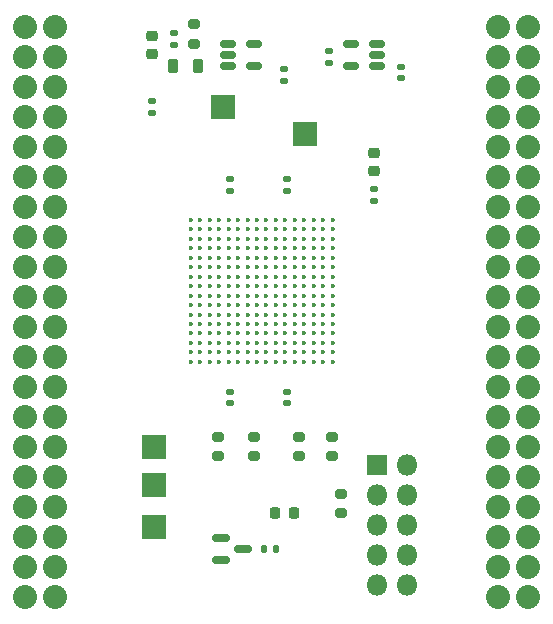
<source format=gts>
G04 #@! TF.GenerationSoftware,KiCad,Pcbnew,8.0.6*
G04 #@! TF.CreationDate,2025-10-07T20:56:46+05:30*
G04 #@! TF.ProjectId,tt-ecp5-cb,74742d65-6370-4352-9d63-622e6b696361,rev?*
G04 #@! TF.SameCoordinates,Original*
G04 #@! TF.FileFunction,Soldermask,Top*
G04 #@! TF.FilePolarity,Negative*
%FSLAX46Y46*%
G04 Gerber Fmt 4.6, Leading zero omitted, Abs format (unit mm)*
G04 Created by KiCad (PCBNEW 8.0.6) date 2025-10-07 20:56:46*
%MOMM*%
%LPD*%
G01*
G04 APERTURE LIST*
G04 Aperture macros list*
%AMRoundRect*
0 Rectangle with rounded corners*
0 $1 Rounding radius*
0 $2 $3 $4 $5 $6 $7 $8 $9 X,Y pos of 4 corners*
0 Add a 4 corners polygon primitive as box body*
4,1,4,$2,$3,$4,$5,$6,$7,$8,$9,$2,$3,0*
0 Add four circle primitives for the rounded corners*
1,1,$1+$1,$2,$3*
1,1,$1+$1,$4,$5*
1,1,$1+$1,$6,$7*
1,1,$1+$1,$8,$9*
0 Add four rect primitives between the rounded corners*
20,1,$1+$1,$2,$3,$4,$5,0*
20,1,$1+$1,$4,$5,$6,$7,0*
20,1,$1+$1,$6,$7,$8,$9,0*
20,1,$1+$1,$8,$9,$2,$3,0*%
G04 Aperture macros list end*
%ADD10RoundRect,0.140000X0.170000X-0.140000X0.170000X0.140000X-0.170000X0.140000X-0.170000X-0.140000X0*%
%ADD11RoundRect,0.200000X0.275000X-0.200000X0.275000X0.200000X-0.275000X0.200000X-0.275000X-0.200000X0*%
%ADD12C,2.032000*%
%ADD13RoundRect,0.135000X-0.135000X-0.185000X0.135000X-0.185000X0.135000X0.185000X-0.135000X0.185000X0*%
%ADD14RoundRect,0.200000X-0.275000X0.200000X-0.275000X-0.200000X0.275000X-0.200000X0.275000X0.200000X0*%
%ADD15RoundRect,0.140000X-0.170000X0.140000X-0.170000X-0.140000X0.170000X-0.140000X0.170000X0.140000X0*%
%ADD16RoundRect,0.218750X0.256250X-0.218750X0.256250X0.218750X-0.256250X0.218750X-0.256250X-0.218750X0*%
%ADD17C,0.360000*%
%ADD18RoundRect,0.218750X0.218750X0.381250X-0.218750X0.381250X-0.218750X-0.381250X0.218750X-0.381250X0*%
%ADD19R,1.800000X1.800000*%
%ADD20O,1.800000X1.800000*%
%ADD21RoundRect,0.135000X0.185000X-0.135000X0.185000X0.135000X-0.185000X0.135000X-0.185000X-0.135000X0*%
%ADD22R,2.000000X2.000000*%
%ADD23RoundRect,0.150000X0.512500X0.150000X-0.512500X0.150000X-0.512500X-0.150000X0.512500X-0.150000X0*%
%ADD24RoundRect,0.225000X0.250000X-0.225000X0.250000X0.225000X-0.250000X0.225000X-0.250000X-0.225000X0*%
%ADD25RoundRect,0.150000X-0.587500X-0.150000X0.587500X-0.150000X0.587500X0.150000X-0.587500X0.150000X0*%
%ADD26RoundRect,0.218750X-0.218750X-0.256250X0.218750X-0.256250X0.218750X0.256250X-0.218750X0.256250X0*%
%ADD27RoundRect,0.150000X-0.512500X-0.150000X0.512500X-0.150000X0.512500X0.150000X-0.512500X0.150000X0*%
G04 APERTURE END LIST*
D10*
G04 #@! TO.C,C8*
X117348000Y-96591000D03*
X117348000Y-95631000D03*
G04 #@! TD*
D11*
G04 #@! TO.C,R5*
X125984000Y-101092000D03*
X125984000Y-99442000D03*
G04 #@! TD*
D12*
G04 #@! TO.C,J2*
X99969000Y-64770000D03*
X102509000Y-64770000D03*
X99969000Y-67310000D03*
X102509000Y-67310000D03*
X99969000Y-69850000D03*
X102509000Y-69850000D03*
X99969000Y-72390000D03*
X102509000Y-72390000D03*
X99969000Y-74930000D03*
X102509000Y-74930000D03*
X99969000Y-77470000D03*
X102509000Y-77470000D03*
X99969000Y-80010000D03*
X102509000Y-80010000D03*
X99969000Y-82550000D03*
X102509000Y-82550000D03*
X99969000Y-85090000D03*
X102509000Y-85090000D03*
X99969000Y-87630000D03*
X102509000Y-87630000D03*
X99969000Y-90170000D03*
X102509000Y-90170000D03*
X99969000Y-92710000D03*
X102509000Y-92710000D03*
X99969000Y-95250000D03*
X102509000Y-95250000D03*
X99969000Y-97790000D03*
X102509000Y-97790000D03*
X99969000Y-100330000D03*
X102509000Y-100330000D03*
X99969000Y-102870000D03*
X102509000Y-102870000D03*
X99969000Y-105410000D03*
X102509000Y-105410000D03*
X99969000Y-107950000D03*
X102509000Y-107950000D03*
X99969000Y-110490000D03*
X102509000Y-110490000D03*
X99969000Y-113030000D03*
X102509000Y-113030000D03*
X139969000Y-64770000D03*
X142509000Y-64770000D03*
X139969000Y-67310000D03*
X142509000Y-67310000D03*
X139969000Y-69850000D03*
X142509000Y-69850000D03*
X139969000Y-72390000D03*
X142509000Y-72390000D03*
X139969000Y-74930000D03*
X142509000Y-74930000D03*
X139969000Y-77470000D03*
X142509000Y-77470000D03*
X139969000Y-80010000D03*
X142509000Y-80010000D03*
X139969000Y-82550000D03*
X142509000Y-82550000D03*
X139969000Y-85090000D03*
X142509000Y-85090000D03*
X139969000Y-87630000D03*
X142509000Y-87630000D03*
X139969000Y-90170000D03*
X142509000Y-90170000D03*
X139969000Y-92710000D03*
X142509000Y-92710000D03*
X139969000Y-95250000D03*
X142509000Y-95250000D03*
X139969000Y-97790000D03*
X142509000Y-97790000D03*
X139969000Y-100330000D03*
X142509000Y-100330000D03*
X139969000Y-102870000D03*
X142509000Y-102870000D03*
X139969000Y-105410000D03*
X142509000Y-105410000D03*
X139969000Y-107950000D03*
X142509000Y-107950000D03*
X139969000Y-110490000D03*
X142509000Y-110490000D03*
X139969000Y-113030000D03*
X142509000Y-113030000D03*
G04 #@! TD*
D13*
G04 #@! TO.C,R8*
X120163500Y-108966000D03*
X121183500Y-108966000D03*
G04 #@! TD*
D14*
G04 #@! TO.C,R2*
X114300000Y-64517000D03*
X114300000Y-66167000D03*
G04 #@! TD*
D15*
G04 #@! TO.C,C1*
X121920000Y-68354000D03*
X121920000Y-69314000D03*
G04 #@! TD*
D14*
G04 #@! TO.C,R3*
X126746000Y-104268000D03*
X126746000Y-105918000D03*
G04 #@! TD*
D16*
G04 #@! TO.C,D2*
X129540000Y-76987500D03*
X129540000Y-75412500D03*
G04 #@! TD*
D17*
G04 #@! TO.C,U1*
X114000000Y-81100000D03*
X114800000Y-81100000D03*
X115600000Y-81100000D03*
X116400000Y-81100000D03*
X117200000Y-81100000D03*
X118000000Y-81100000D03*
X118800000Y-81100000D03*
X119600000Y-81100000D03*
X120400000Y-81100000D03*
X121200000Y-81100000D03*
X122000000Y-81100000D03*
X122800000Y-81100000D03*
X123600000Y-81100000D03*
X124400000Y-81100000D03*
X125200000Y-81100000D03*
X126000000Y-81100000D03*
X114000000Y-81900000D03*
X114800000Y-81900000D03*
X115600000Y-81900000D03*
X116400000Y-81900000D03*
X117200000Y-81900000D03*
X118000000Y-81900000D03*
X118800000Y-81900000D03*
X119600000Y-81900000D03*
X120400000Y-81900000D03*
X121200000Y-81900000D03*
X122000000Y-81900000D03*
X122800000Y-81900000D03*
X123600000Y-81900000D03*
X124400000Y-81900000D03*
X125200000Y-81900000D03*
X126000000Y-81900000D03*
X114000000Y-82700000D03*
X114800000Y-82700000D03*
X115600000Y-82700000D03*
X116400000Y-82700000D03*
X117200000Y-82700000D03*
X118000000Y-82700000D03*
X118800000Y-82700000D03*
X119600000Y-82700000D03*
X120400000Y-82700000D03*
X121200000Y-82700000D03*
X122000000Y-82700000D03*
X122800000Y-82700000D03*
X123600000Y-82700000D03*
X124400000Y-82700000D03*
X125200000Y-82700000D03*
X126000000Y-82700000D03*
X114000000Y-83500000D03*
X114800000Y-83500000D03*
X115600000Y-83500000D03*
X116400000Y-83500000D03*
X117200000Y-83500000D03*
X118000000Y-83500000D03*
X118800000Y-83500000D03*
X119600000Y-83500000D03*
X120400000Y-83500000D03*
X121200000Y-83500000D03*
X122000000Y-83500000D03*
X122800000Y-83500000D03*
X123600000Y-83500000D03*
X124400000Y-83500000D03*
X125200000Y-83500000D03*
X126000000Y-83500000D03*
X114000000Y-84300000D03*
X114800000Y-84300000D03*
X115600000Y-84300000D03*
X116400000Y-84300000D03*
X117200000Y-84300000D03*
X118000000Y-84300000D03*
X118800000Y-84300000D03*
X119600000Y-84300000D03*
X120400000Y-84300000D03*
X121200000Y-84300000D03*
X122000000Y-84300000D03*
X122800000Y-84300000D03*
X123600000Y-84300000D03*
X124400000Y-84300000D03*
X125200000Y-84300000D03*
X126000000Y-84300000D03*
X114000000Y-85100000D03*
X114800000Y-85100000D03*
X115600000Y-85100000D03*
X116400000Y-85100000D03*
X117200000Y-85100000D03*
X118000000Y-85100000D03*
X118800000Y-85100000D03*
X119600000Y-85100000D03*
X120400000Y-85100000D03*
X121200000Y-85100000D03*
X122000000Y-85100000D03*
X122800000Y-85100000D03*
X123600000Y-85100000D03*
X124400000Y-85100000D03*
X125200000Y-85100000D03*
X126000000Y-85100000D03*
X114000000Y-85900000D03*
X114800000Y-85900000D03*
X115600000Y-85900000D03*
X116400000Y-85900000D03*
X117200000Y-85900000D03*
X118000000Y-85900000D03*
X118800000Y-85900000D03*
X119600000Y-85900000D03*
X120400000Y-85900000D03*
X121200000Y-85900000D03*
X122000000Y-85900000D03*
X122800000Y-85900000D03*
X123600000Y-85900000D03*
X124400000Y-85900000D03*
X125200000Y-85900000D03*
X126000000Y-85900000D03*
X114000000Y-86700000D03*
X114800000Y-86700000D03*
X115600000Y-86700000D03*
X116400000Y-86700000D03*
X117200000Y-86700000D03*
X118000000Y-86700000D03*
X118800000Y-86700000D03*
X119600000Y-86700000D03*
X120400000Y-86700000D03*
X121200000Y-86700000D03*
X122000000Y-86700000D03*
X122800000Y-86700000D03*
X123600000Y-86700000D03*
X124400000Y-86700000D03*
X125200000Y-86700000D03*
X126000000Y-86700000D03*
X114000000Y-87500000D03*
X114800000Y-87500000D03*
X115600000Y-87500000D03*
X116400000Y-87500000D03*
X117200000Y-87500000D03*
X118000000Y-87500000D03*
X118800000Y-87500000D03*
X119600000Y-87500000D03*
X120400000Y-87500000D03*
X121200000Y-87500000D03*
X122000000Y-87500000D03*
X122800000Y-87500000D03*
X123600000Y-87500000D03*
X124400000Y-87500000D03*
X125200000Y-87500000D03*
X126000000Y-87500000D03*
X114000000Y-88300000D03*
X114800000Y-88300000D03*
X115600000Y-88300000D03*
X116400000Y-88300000D03*
X117200000Y-88300000D03*
X118000000Y-88300000D03*
X118800000Y-88300000D03*
X119600000Y-88300000D03*
X120400000Y-88300000D03*
X121200000Y-88300000D03*
X122000000Y-88300000D03*
X122800000Y-88300000D03*
X123600000Y-88300000D03*
X124400000Y-88300000D03*
X125200000Y-88300000D03*
X126000000Y-88300000D03*
X114000000Y-89100000D03*
X114800000Y-89100000D03*
X115600000Y-89100000D03*
X116400000Y-89100000D03*
X117200000Y-89100000D03*
X118000000Y-89100000D03*
X118800000Y-89100000D03*
X119600000Y-89100000D03*
X120400000Y-89100000D03*
X121200000Y-89100000D03*
X122000000Y-89100000D03*
X122800000Y-89100000D03*
X123600000Y-89100000D03*
X124400000Y-89100000D03*
X125200000Y-89100000D03*
X126000000Y-89100000D03*
X114000000Y-89900000D03*
X114800000Y-89900000D03*
X115600000Y-89900000D03*
X116400000Y-89900000D03*
X117200000Y-89900000D03*
X118000000Y-89900000D03*
X118800000Y-89900000D03*
X119600000Y-89900000D03*
X120400000Y-89900000D03*
X121200000Y-89900000D03*
X122000000Y-89900000D03*
X122800000Y-89900000D03*
X123600000Y-89900000D03*
X124400000Y-89900000D03*
X125200000Y-89900000D03*
X126000000Y-89900000D03*
X114000000Y-90700000D03*
X114800000Y-90700000D03*
X115600000Y-90700000D03*
X116400000Y-90700000D03*
X117200000Y-90700000D03*
X118000000Y-90700000D03*
X118800000Y-90700000D03*
X119600000Y-90700000D03*
X120400000Y-90700000D03*
X121200000Y-90700000D03*
X122000000Y-90700000D03*
X122800000Y-90700000D03*
X123600000Y-90700000D03*
X124400000Y-90700000D03*
X125200000Y-90700000D03*
X126000000Y-90700000D03*
X114000000Y-91500000D03*
X114800000Y-91500000D03*
X115600000Y-91500000D03*
X116400000Y-91500000D03*
X117200000Y-91500000D03*
X118000000Y-91500000D03*
X118800000Y-91500000D03*
X119600000Y-91500000D03*
X120400000Y-91500000D03*
X121200000Y-91500000D03*
X122000000Y-91500000D03*
X122800000Y-91500000D03*
X123600000Y-91500000D03*
X124400000Y-91500000D03*
X125200000Y-91500000D03*
X126000000Y-91500000D03*
X114000000Y-92300000D03*
X114800000Y-92300000D03*
X115600000Y-92300000D03*
X116400000Y-92300000D03*
X117200000Y-92300000D03*
X118000000Y-92300000D03*
X118800000Y-92300000D03*
X119600000Y-92300000D03*
X120400000Y-92300000D03*
X121200000Y-92300000D03*
X122000000Y-92300000D03*
X122800000Y-92300000D03*
X123600000Y-92300000D03*
X124400000Y-92300000D03*
X125200000Y-92300000D03*
X126000000Y-92300000D03*
X114000000Y-93100000D03*
X114800000Y-93100000D03*
X115600000Y-93100000D03*
X116400000Y-93100000D03*
X117200000Y-93100000D03*
X118000000Y-93100000D03*
X118800000Y-93100000D03*
X119600000Y-93100000D03*
X120400000Y-93100000D03*
X121200000Y-93100000D03*
X122000000Y-93100000D03*
X122800000Y-93100000D03*
X123600000Y-93100000D03*
X124400000Y-93100000D03*
X125200000Y-93100000D03*
X126000000Y-93100000D03*
G04 #@! TD*
D18*
G04 #@! TO.C,L1*
X114600500Y-68072000D03*
X112475500Y-68072000D03*
G04 #@! TD*
D10*
G04 #@! TO.C,C9*
X122174000Y-96591000D03*
X122174000Y-95631000D03*
G04 #@! TD*
D19*
G04 #@! TO.C,J1*
X129794000Y-101854000D03*
D20*
X132334000Y-101854000D03*
X129794000Y-104394000D03*
X132334000Y-104394000D03*
X129794000Y-106934000D03*
X132334000Y-106934000D03*
X129794000Y-109474000D03*
X132334000Y-109474000D03*
X129794000Y-112014000D03*
X132334000Y-112014000D03*
G04 #@! TD*
D21*
G04 #@! TO.C,R1*
X112564000Y-66294000D03*
X112564000Y-65274000D03*
G04 #@! TD*
D22*
G04 #@! TO.C,TP5*
X123698000Y-73787000D03*
G04 #@! TD*
D15*
G04 #@! TO.C,C6*
X117348000Y-77653000D03*
X117348000Y-78613000D03*
G04 #@! TD*
D21*
G04 #@! TO.C,R9*
X129540000Y-79504000D03*
X129540000Y-78484000D03*
G04 #@! TD*
D23*
G04 #@! TO.C,U3*
X129794000Y-68072000D03*
X129794000Y-67122000D03*
X129794000Y-66172000D03*
X127519000Y-66172000D03*
X127519000Y-68072000D03*
G04 #@! TD*
D10*
G04 #@! TO.C,C3*
X125730000Y-67790000D03*
X125730000Y-66830000D03*
G04 #@! TD*
D24*
G04 #@! TO.C,C5*
X110744000Y-67082000D03*
X110744000Y-65532000D03*
G04 #@! TD*
D11*
G04 #@! TO.C,R7*
X116332000Y-101092000D03*
X116332000Y-99442000D03*
G04 #@! TD*
G04 #@! TO.C,R4*
X119380000Y-101092000D03*
X119380000Y-99442000D03*
G04 #@! TD*
D25*
G04 #@! TO.C,Q1*
X116514500Y-108016000D03*
X116514500Y-109916000D03*
X118389500Y-108966000D03*
G04 #@! TD*
D15*
G04 #@! TO.C,C7*
X122174000Y-77653000D03*
X122174000Y-78613000D03*
G04 #@! TD*
D26*
G04 #@! TO.C,D1*
X121158000Y-105918000D03*
X122733000Y-105918000D03*
G04 #@! TD*
D11*
G04 #@! TO.C,R6*
X123190000Y-101092000D03*
X123190000Y-99442000D03*
G04 #@! TD*
D22*
G04 #@! TO.C,TP4*
X116713000Y-71501000D03*
G04 #@! TD*
G04 #@! TO.C,TP1*
X110871000Y-100330000D03*
G04 #@! TD*
D27*
G04 #@! TO.C,U2*
X117105000Y-66172000D03*
X117105000Y-67122000D03*
X117105000Y-68072000D03*
X119380000Y-68072000D03*
X119380000Y-66172000D03*
G04 #@! TD*
D22*
G04 #@! TO.C,TP3*
X110871000Y-107061000D03*
G04 #@! TD*
D15*
G04 #@! TO.C,C2*
X131826000Y-68128000D03*
X131826000Y-69088000D03*
G04 #@! TD*
G04 #@! TO.C,C4*
X110744000Y-71049000D03*
X110744000Y-72009000D03*
G04 #@! TD*
D22*
G04 #@! TO.C,TP2*
X110871000Y-103505000D03*
G04 #@! TD*
M02*

</source>
